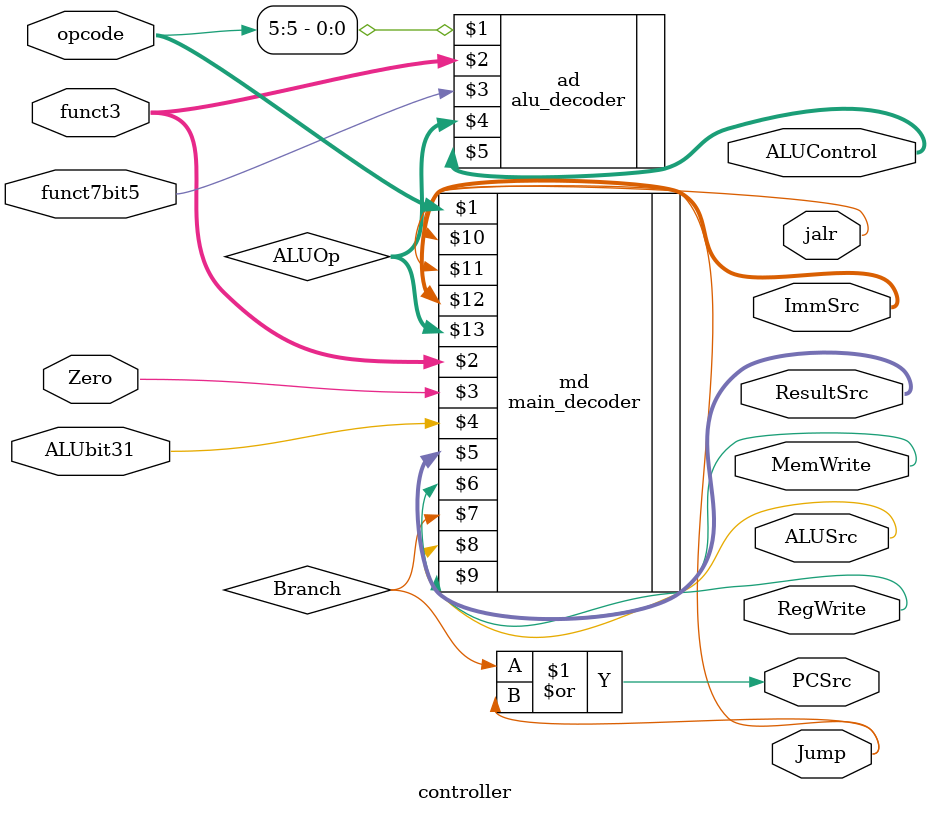
<source format=v>
`timescale 1ns / 1ps

module controller (
    input  [6:0] opcode,         // opcode
    input  [2:0] funct3,     // funct3 field (instruction type info)
    input        funct7bit5,   // funct7[5] (for ALU control, for example, add/sub)
    input        Zero,       // ALU output == 0 (used for branches)
    input        ALUbit31,     // ALU result MSB (used for signed comparisons)
    
    output [1:0] ResultSrc,  // selects ALU/memory/PC+4 result
    output       MemWrite,   // enable memory write
    output       PCSrc,      // select source of next PC (branch/jump)
    output       ALUSrc,     // ALU second operand: register vs immediate
    output       RegWrite,   // enable register write
    output       Jump,       // instruction is `jal`
    output       jalr,       // instruction is `jalr`
    output [1:0] ImmSrc,     // selects immediate type (I, S, B, etc.)
    output [2:0] ALUControl  // final ALU operation selector
);

	 
wire [1:0] ALUOp;
wire       Branch;

main_decoder    md (opcode, funct3,Zero,ALUbit31,ResultSrc, MemWrite, Branch,
                    ALUSrc, RegWrite, Jump,jalr, ImmSrc, ALUOp);

alu_decoder     ad (opcode[5], funct3, funct7bit5, ALUOp, ALUControl);


assign PCSrc = Branch | Jump;
endmodule

</source>
